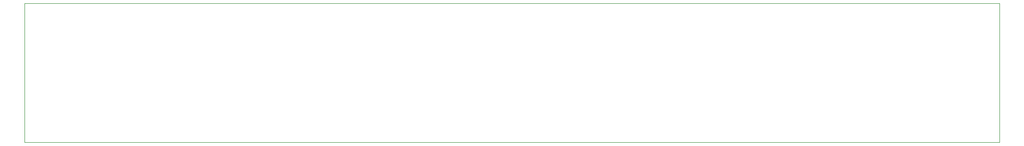
<source format=gm1>
G04 #@! TF.GenerationSoftware,KiCad,Pcbnew,(5.1.2)-2*
G04 #@! TF.CreationDate,2021-03-22T02:37:47-04:00*
G04 #@! TF.ProjectId,Repowered_Electronic_Load_Controller,5265706f-7765-4726-9564-5f456c656374,rev?*
G04 #@! TF.SameCoordinates,Original*
G04 #@! TF.FileFunction,Profile,NP*
%FSLAX46Y46*%
G04 Gerber Fmt 4.6, Leading zero omitted, Abs format (unit mm)*
G04 Created by KiCad (PCBNEW (5.1.2)-2) date 2021-03-22 02:37:47*
%MOMM*%
%LPD*%
G04 APERTURE LIST*
%ADD10C,0.050000*%
G04 APERTURE END LIST*
D10*
X50000000Y-100000000D02*
X225000000Y-100000000D01*
X50000000Y-75000000D02*
X50000000Y-100000000D01*
X225000000Y-75000000D02*
X225000000Y-100000000D01*
X50000000Y-75000000D02*
X225000000Y-75000000D01*
M02*

</source>
